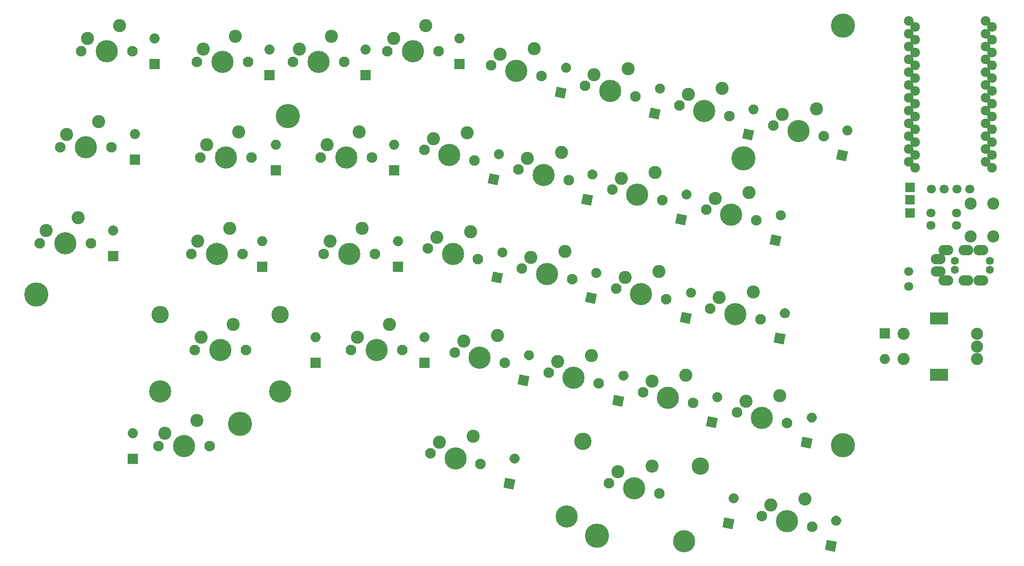
<source format=gbs>
G04 #@! TF.GenerationSoftware,KiCad,Pcbnew,(5.1.6)-1*
G04 #@! TF.CreationDate,2020-07-24T14:43:52-07:00*
G04 #@! TF.ProjectId,Alipt-Keyboard-Left,416c6970-742d-44b6-9579-626f6172642d,rev?*
G04 #@! TF.SameCoordinates,Original*
G04 #@! TF.FileFunction,Soldermask,Bot*
G04 #@! TF.FilePolarity,Negative*
%FSLAX46Y46*%
G04 Gerber Fmt 4.6, Leading zero omitted, Abs format (unit mm)*
G04 Created by KiCad (PCBNEW (5.1.6)-1) date 2020-07-24 14:43:52*
%MOMM*%
%LPD*%
G01*
G04 APERTURE LIST*
%ADD10C,4.800000*%
%ADD11C,2.600000*%
%ADD12C,4.400000*%
%ADD13C,2.100000*%
%ADD14C,1.924000*%
%ADD15O,2.000000X2.000000*%
%ADD16R,2.000000X2.000000*%
%ADD17C,0.100000*%
%ADD18R,1.924000X1.924000*%
%ADD19O,2.900000X2.100000*%
%ADD20C,1.600000*%
%ADD21C,1.797000*%
%ADD22C,3.450000*%
%ADD23C,2.400000*%
%ADD24R,3.600000X2.400000*%
G04 APERTURE END LIST*
D10*
X151638000Y-150368000D03*
X40513004Y-102489003D03*
D11*
X192849500Y-143065500D03*
X186110167Y-144229756D03*
D12*
X189308814Y-147506394D03*
D13*
X184339824Y-146450203D03*
X194277804Y-148562586D03*
D10*
X200406000Y-49149006D03*
X180721000Y-75501500D03*
X90360504Y-67119500D03*
X80835496Y-128142993D03*
X200405991Y-132397505D03*
D14*
X228682684Y-48285500D03*
X228682684Y-50825500D03*
X228682684Y-53365500D03*
X228682684Y-55905500D03*
X228682684Y-58445500D03*
X228682684Y-60985500D03*
X228682684Y-63525500D03*
X228682684Y-66065500D03*
X228682684Y-68605500D03*
X228682684Y-71145500D03*
X228682684Y-73685500D03*
X228682684Y-76225500D03*
X213442684Y-76225500D03*
X213442684Y-73685500D03*
X213442684Y-71145500D03*
X213442684Y-68605500D03*
X213442684Y-66065500D03*
X213442684Y-63525500D03*
X213442684Y-60985500D03*
X213442684Y-58445500D03*
X213442684Y-55905500D03*
X213442684Y-53365500D03*
X213442684Y-50825500D03*
X213442684Y-48285500D03*
X229981499Y-59641245D03*
X229981499Y-64721245D03*
X214741499Y-49481245D03*
X229981499Y-52021245D03*
X229981499Y-74881245D03*
X214741499Y-77421245D03*
X229981499Y-67261245D03*
X229981499Y-69801245D03*
X214741499Y-67261245D03*
X214741499Y-72341245D03*
X214741499Y-59641245D03*
X214741499Y-57101245D03*
X214741499Y-52021245D03*
X214741499Y-62181245D03*
X229981499Y-77421245D03*
X214741499Y-69801245D03*
X229981499Y-49481245D03*
X229981499Y-54561245D03*
X214741499Y-74881245D03*
X229981499Y-57101245D03*
X229981499Y-62181245D03*
X214741499Y-64721245D03*
X229981499Y-72341245D03*
X214741499Y-54561245D03*
D15*
X208724500Y-115316000D03*
D16*
X208724500Y-110236000D03*
G36*
G01*
X198851327Y-148373411D02*
X198851327Y-148373411D01*
G75*
G02*
X198081091Y-147187351I207912J978148D01*
G01*
X198081091Y-147187351D01*
G75*
G02*
X199267151Y-146417115I978148J-207912D01*
G01*
X199267151Y-146417115D01*
G75*
G02*
X200037387Y-147603175I-207912J-978148D01*
G01*
X200037387Y-147603175D01*
G75*
G02*
X198851327Y-148373411I-978148J207912D01*
G01*
G37*
D17*
G36*
X198773284Y-153550312D02*
G01*
X196816989Y-153134489D01*
X197232812Y-151178194D01*
X199189107Y-151594017D01*
X198773284Y-153550312D01*
G37*
G36*
G01*
X178531327Y-143928411D02*
X178531327Y-143928411D01*
G75*
G02*
X177761091Y-142742351I207912J978148D01*
G01*
X177761091Y-142742351D01*
G75*
G02*
X178947151Y-141972115I978148J-207912D01*
G01*
X178947151Y-141972115D01*
G75*
G02*
X179717387Y-143158175I-207912J-978148D01*
G01*
X179717387Y-143158175D01*
G75*
G02*
X178531327Y-143928411I-978148J207912D01*
G01*
G37*
G36*
X178453284Y-149105312D02*
G01*
X176496989Y-148689489D01*
X176912812Y-146733194D01*
X178869107Y-147149017D01*
X178453284Y-149105312D01*
G37*
G36*
G01*
X135097327Y-136054411D02*
X135097327Y-136054411D01*
G75*
G02*
X134327091Y-134868351I207912J978148D01*
G01*
X134327091Y-134868351D01*
G75*
G02*
X135513151Y-134098115I978148J-207912D01*
G01*
X135513151Y-134098115D01*
G75*
G02*
X136283387Y-135284175I-207912J-978148D01*
G01*
X136283387Y-135284175D01*
G75*
G02*
X135097327Y-136054411I-978148J207912D01*
G01*
G37*
G36*
X135019284Y-141231312D02*
G01*
X133062989Y-140815489D01*
X133478812Y-138859194D01*
X135435107Y-139275017D01*
X135019284Y-141231312D01*
G37*
D15*
X59626500Y-130048000D03*
D16*
X59626500Y-135128000D03*
G36*
G01*
X194025327Y-127926411D02*
X194025327Y-127926411D01*
G75*
G02*
X193255091Y-126740351I207912J978148D01*
G01*
X193255091Y-126740351D01*
G75*
G02*
X194441151Y-125970115I978148J-207912D01*
G01*
X194441151Y-125970115D01*
G75*
G02*
X195211387Y-127156175I-207912J-978148D01*
G01*
X195211387Y-127156175D01*
G75*
G02*
X194025327Y-127926411I-978148J207912D01*
G01*
G37*
D17*
G36*
X193947284Y-133103312D02*
G01*
X191990989Y-132687489D01*
X192406812Y-130731194D01*
X194363107Y-131147017D01*
X193947284Y-133103312D01*
G37*
G36*
G01*
X175292827Y-123862411D02*
X175292827Y-123862411D01*
G75*
G02*
X174522591Y-122676351I207912J978148D01*
G01*
X174522591Y-122676351D01*
G75*
G02*
X175708651Y-121906115I978148J-207912D01*
G01*
X175708651Y-121906115D01*
G75*
G02*
X176478887Y-123092175I-207912J-978148D01*
G01*
X176478887Y-123092175D01*
G75*
G02*
X175292827Y-123862411I-978148J207912D01*
G01*
G37*
G36*
X175214784Y-129039312D02*
G01*
X173258489Y-128623489D01*
X173674312Y-126667194D01*
X175630607Y-127083017D01*
X175214784Y-129039312D01*
G37*
G36*
G01*
X156687327Y-119607911D02*
X156687327Y-119607911D01*
G75*
G02*
X155917091Y-118421851I207912J978148D01*
G01*
X155917091Y-118421851D01*
G75*
G02*
X157103151Y-117651615I978148J-207912D01*
G01*
X157103151Y-117651615D01*
G75*
G02*
X157873387Y-118837675I-207912J-978148D01*
G01*
X157873387Y-118837675D01*
G75*
G02*
X156687327Y-119607911I-978148J207912D01*
G01*
G37*
G36*
X156609284Y-124784812D02*
G01*
X154652989Y-124368989D01*
X155068812Y-122412694D01*
X157025107Y-122828517D01*
X156609284Y-124784812D01*
G37*
G36*
G01*
X137954827Y-115543911D02*
X137954827Y-115543911D01*
G75*
G02*
X137184591Y-114357851I207912J978148D01*
G01*
X137184591Y-114357851D01*
G75*
G02*
X138370651Y-113587615I978148J-207912D01*
G01*
X138370651Y-113587615D01*
G75*
G02*
X139140887Y-114773675I-207912J-978148D01*
G01*
X139140887Y-114773675D01*
G75*
G02*
X137954827Y-115543911I-978148J207912D01*
G01*
G37*
G36*
X137876784Y-120720812D02*
G01*
X135920489Y-120304989D01*
X136336312Y-118348694D01*
X138292607Y-118764517D01*
X137876784Y-120720812D01*
G37*
D15*
X117475000Y-110998000D03*
D16*
X117475000Y-116078000D03*
D15*
X95885000Y-110998000D03*
D16*
X95885000Y-116078000D03*
D15*
X55689500Y-89852500D03*
D16*
X55689500Y-94932500D03*
G36*
G01*
X188691327Y-107225411D02*
X188691327Y-107225411D01*
G75*
G02*
X187921091Y-106039351I207912J978148D01*
G01*
X187921091Y-106039351D01*
G75*
G02*
X189107151Y-105269115I978148J-207912D01*
G01*
X189107151Y-105269115D01*
G75*
G02*
X189877387Y-106455175I-207912J-978148D01*
G01*
X189877387Y-106455175D01*
G75*
G02*
X188691327Y-107225411I-978148J207912D01*
G01*
G37*
D17*
G36*
X188613284Y-112402312D02*
G01*
X186656989Y-111986489D01*
X187072812Y-110030194D01*
X189029107Y-110446017D01*
X188613284Y-112402312D01*
G37*
G36*
G01*
X170085827Y-103161411D02*
X170085827Y-103161411D01*
G75*
G02*
X169315591Y-101975351I207912J978148D01*
G01*
X169315591Y-101975351D01*
G75*
G02*
X170501651Y-101205115I978148J-207912D01*
G01*
X170501651Y-101205115D01*
G75*
G02*
X171271887Y-102391175I-207912J-978148D01*
G01*
X171271887Y-102391175D01*
G75*
G02*
X170085827Y-103161411I-978148J207912D01*
G01*
G37*
G36*
X170007784Y-108338312D02*
G01*
X168051489Y-107922489D01*
X168467312Y-105966194D01*
X170423607Y-106382017D01*
X170007784Y-108338312D01*
G37*
G36*
G01*
X151289827Y-99224411D02*
X151289827Y-99224411D01*
G75*
G02*
X150519591Y-98038351I207912J978148D01*
G01*
X150519591Y-98038351D01*
G75*
G02*
X151705651Y-97268115I978148J-207912D01*
G01*
X151705651Y-97268115D01*
G75*
G02*
X152475887Y-98454175I-207912J-978148D01*
G01*
X152475887Y-98454175D01*
G75*
G02*
X151289827Y-99224411I-978148J207912D01*
G01*
G37*
G36*
X151211784Y-104401312D02*
G01*
X149255489Y-103985489D01*
X149671312Y-102029194D01*
X151627607Y-102445017D01*
X151211784Y-104401312D01*
G37*
G36*
G01*
X132684327Y-95160411D02*
X132684327Y-95160411D01*
G75*
G02*
X131914091Y-93974351I207912J978148D01*
G01*
X131914091Y-93974351D01*
G75*
G02*
X133100151Y-93204115I978148J-207912D01*
G01*
X133100151Y-93204115D01*
G75*
G02*
X133870387Y-94390175I-207912J-978148D01*
G01*
X133870387Y-94390175D01*
G75*
G02*
X132684327Y-95160411I-978148J207912D01*
G01*
G37*
G36*
X132606284Y-100337312D02*
G01*
X130649989Y-99921489D01*
X131065812Y-97965194D01*
X133022107Y-98381017D01*
X132606284Y-100337312D01*
G37*
D15*
X112204500Y-91948000D03*
D16*
X112204500Y-97028000D03*
D15*
X85280500Y-91948000D03*
D16*
X85280500Y-97028000D03*
D15*
X60007500Y-70675500D03*
D16*
X60007500Y-75755500D03*
G36*
G01*
X187865827Y-87794411D02*
X187865827Y-87794411D01*
G75*
G02*
X187095591Y-86608351I207912J978148D01*
G01*
X187095591Y-86608351D01*
G75*
G02*
X188281651Y-85838115I978148J-207912D01*
G01*
X188281651Y-85838115D01*
G75*
G02*
X189051887Y-87024175I-207912J-978148D01*
G01*
X189051887Y-87024175D01*
G75*
G02*
X187865827Y-87794411I-978148J207912D01*
G01*
G37*
D17*
G36*
X187787784Y-92971312D02*
G01*
X185831489Y-92555489D01*
X186247312Y-90599194D01*
X188203607Y-91015017D01*
X187787784Y-92971312D01*
G37*
G36*
G01*
X169196827Y-83666911D02*
X169196827Y-83666911D01*
G75*
G02*
X168426591Y-82480851I207912J978148D01*
G01*
X168426591Y-82480851D01*
G75*
G02*
X169612651Y-81710615I978148J-207912D01*
G01*
X169612651Y-81710615D01*
G75*
G02*
X170382887Y-82896675I-207912J-978148D01*
G01*
X170382887Y-82896675D01*
G75*
G02*
X169196827Y-83666911I-978148J207912D01*
G01*
G37*
G36*
X169118784Y-88843812D02*
G01*
X167162489Y-88427989D01*
X167578312Y-86471694D01*
X169534607Y-86887517D01*
X169118784Y-88843812D01*
G37*
G36*
G01*
X150517779Y-79702158D02*
X150517779Y-79702158D01*
G75*
G02*
X149747543Y-78516098I207912J978148D01*
G01*
X149747543Y-78516098D01*
G75*
G02*
X150933603Y-77745862I978148J-207912D01*
G01*
X150933603Y-77745862D01*
G75*
G02*
X151703839Y-78931922I-207912J-978148D01*
G01*
X151703839Y-78931922D01*
G75*
G02*
X150517779Y-79702158I-978148J207912D01*
G01*
G37*
G36*
X150439736Y-84879059D02*
G01*
X148483441Y-84463236D01*
X148899264Y-82506941D01*
X150855559Y-82922764D01*
X150439736Y-84879059D01*
G37*
G36*
G01*
X131985827Y-75665911D02*
X131985827Y-75665911D01*
G75*
G02*
X131215591Y-74479851I207912J978148D01*
G01*
X131215591Y-74479851D01*
G75*
G02*
X132401651Y-73709615I978148J-207912D01*
G01*
X132401651Y-73709615D01*
G75*
G02*
X133171887Y-74895675I-207912J-978148D01*
G01*
X133171887Y-74895675D01*
G75*
G02*
X131985827Y-75665911I-978148J207912D01*
G01*
G37*
G36*
X131907784Y-80842812D02*
G01*
X129951489Y-80426989D01*
X130367312Y-78470694D01*
X132323607Y-78886517D01*
X131907784Y-80842812D01*
G37*
D16*
X111442500Y-77914500D03*
D15*
X111442500Y-72834500D03*
X88011000Y-72834500D03*
D16*
X88011000Y-77914500D03*
D15*
X63944500Y-51689000D03*
D16*
X63944500Y-56769000D03*
G36*
G01*
X201073827Y-70966911D02*
X201073827Y-70966911D01*
G75*
G02*
X200303591Y-69780851I207912J978148D01*
G01*
X200303591Y-69780851D01*
G75*
G02*
X201489651Y-69010615I978148J-207912D01*
G01*
X201489651Y-69010615D01*
G75*
G02*
X202259887Y-70196675I-207912J-978148D01*
G01*
X202259887Y-70196675D01*
G75*
G02*
X201073827Y-70966911I-978148J207912D01*
G01*
G37*
D17*
G36*
X200995784Y-76143812D02*
G01*
X199039489Y-75727989D01*
X199455312Y-73771694D01*
X201411607Y-74187517D01*
X200995784Y-76143812D01*
G37*
G36*
G01*
X182468327Y-66775911D02*
X182468327Y-66775911D01*
G75*
G02*
X181698091Y-65589851I207912J978148D01*
G01*
X181698091Y-65589851D01*
G75*
G02*
X182884151Y-64819615I978148J-207912D01*
G01*
X182884151Y-64819615D01*
G75*
G02*
X183654387Y-66005675I-207912J-978148D01*
G01*
X183654387Y-66005675D01*
G75*
G02*
X182468327Y-66775911I-978148J207912D01*
G01*
G37*
G36*
X182390284Y-71952812D02*
G01*
X180433989Y-71536989D01*
X180849812Y-69580694D01*
X182806107Y-69996517D01*
X182390284Y-71952812D01*
G37*
G36*
G01*
X163926327Y-62648411D02*
X163926327Y-62648411D01*
G75*
G02*
X163156091Y-61462351I207912J978148D01*
G01*
X163156091Y-61462351D01*
G75*
G02*
X164342151Y-60692115I978148J-207912D01*
G01*
X164342151Y-60692115D01*
G75*
G02*
X165112387Y-61878175I-207912J-978148D01*
G01*
X165112387Y-61878175D01*
G75*
G02*
X163926327Y-62648411I-978148J207912D01*
G01*
G37*
G36*
X163848284Y-67825312D02*
G01*
X161891989Y-67409489D01*
X162307812Y-65453194D01*
X164264107Y-65869017D01*
X163848284Y-67825312D01*
G37*
G36*
G01*
X145320827Y-58520911D02*
X145320827Y-58520911D01*
G75*
G02*
X144550591Y-57334851I207912J978148D01*
G01*
X144550591Y-57334851D01*
G75*
G02*
X145736651Y-56564615I978148J-207912D01*
G01*
X145736651Y-56564615D01*
G75*
G02*
X146506887Y-57750675I-207912J-978148D01*
G01*
X146506887Y-57750675D01*
G75*
G02*
X145320827Y-58520911I-978148J207912D01*
G01*
G37*
G36*
X145242784Y-63697812D02*
G01*
X143286489Y-63281989D01*
X143702312Y-61325694D01*
X145658607Y-61741517D01*
X145242784Y-63697812D01*
G37*
D15*
X124396500Y-51689000D03*
D16*
X124396500Y-56769000D03*
D15*
X105727500Y-53911500D03*
D16*
X105727500Y-58991500D03*
D15*
X86741000Y-53911500D03*
D16*
X86741000Y-58991500D03*
D11*
X78867000Y-89408000D03*
X72517000Y-91948000D03*
D12*
X76327000Y-94488000D03*
D13*
X71247000Y-94488000D03*
X81407000Y-94488000D03*
D18*
X213677501Y-86356501D03*
X213677501Y-83756501D03*
X213677501Y-81256501D03*
D19*
X219276500Y-95499500D03*
X220776500Y-99699500D03*
X224776500Y-99699500D03*
X227776500Y-99699500D03*
D20*
X222576500Y-97599500D03*
X229576500Y-97599500D03*
D19*
X224776500Y-93749500D03*
X227776500Y-93749500D03*
X219276500Y-97949500D03*
X220776500Y-93749500D03*
D20*
X229576500Y-95849500D03*
X222576500Y-95849500D03*
D21*
X217902091Y-81597500D03*
X220442091Y-81597500D03*
X222982091Y-81597500D03*
X225522091Y-81597500D03*
X213487000Y-97980500D03*
X213487000Y-100901500D03*
X222948500Y-86337761D03*
X217868500Y-86337761D03*
X217868500Y-88836500D03*
X222948500Y-88836500D03*
D13*
X82486500Y-56388000D03*
X72326500Y-56388000D03*
D12*
X77406500Y-56388000D03*
D11*
X73596500Y-53848000D03*
X79946500Y-51308000D03*
D13*
X101536500Y-56388000D03*
X91376500Y-56388000D03*
D12*
X96456500Y-56388000D03*
D11*
X92646500Y-53848000D03*
X98996500Y-51308000D03*
X117665500Y-49149000D03*
X111315500Y-51689000D03*
D12*
X115125500Y-54229000D03*
D13*
X110045500Y-54229000D03*
X120205500Y-54229000D03*
X140620304Y-59218086D03*
X130682324Y-57105703D03*
D12*
X135651314Y-58161894D03*
D11*
X132452667Y-54885256D03*
X139192000Y-53721000D03*
D13*
X159225804Y-63218586D03*
X149287824Y-61106203D03*
D12*
X154256814Y-62162394D03*
D11*
X151058167Y-58885756D03*
X157797500Y-57721500D03*
X176466500Y-61658500D03*
X169727167Y-62822756D03*
D12*
X172925814Y-66099394D03*
D13*
X167956824Y-65043203D03*
X177894804Y-67155586D03*
D11*
X195135500Y-65659000D03*
X188396167Y-66823256D03*
D12*
X191594814Y-70099894D03*
D13*
X186625824Y-69043703D03*
X196563804Y-71156086D03*
D11*
X56959500Y-49149000D03*
X50609500Y-51689000D03*
D12*
X54419500Y-54229000D03*
D13*
X49339500Y-54229000D03*
X59499500Y-54229000D03*
X83185000Y-75374500D03*
X73025000Y-75374500D03*
D12*
X78105000Y-75374500D03*
D11*
X74295000Y-72834500D03*
X80645000Y-70294500D03*
D13*
X106997500Y-75374500D03*
X96837500Y-75374500D03*
D12*
X101917500Y-75374500D03*
D11*
X98107500Y-72834500D03*
X104457500Y-70294500D03*
X125920500Y-70421500D03*
X119181167Y-71585756D03*
D12*
X122379814Y-74862394D03*
D13*
X117410824Y-73806203D03*
X127348804Y-75918586D03*
D11*
X144589500Y-74358500D03*
X137850167Y-75522756D03*
D12*
X141048814Y-78799394D03*
D13*
X136079824Y-77743203D03*
X146017804Y-79855586D03*
D11*
X163179686Y-78299606D03*
X156440353Y-79463862D03*
D12*
X159639000Y-82740500D03*
D13*
X154670010Y-81684309D03*
X164607990Y-83796692D03*
X183228804Y-87793086D03*
X173290824Y-85680703D03*
D12*
X178259814Y-86736894D03*
D11*
X175061167Y-83460256D03*
X181800500Y-82296000D03*
D13*
X55372000Y-73342500D03*
X45212000Y-73342500D03*
D12*
X50292000Y-73342500D03*
D11*
X46482000Y-70802500D03*
X52832000Y-68262500D03*
D13*
X107632500Y-94488000D03*
X97472500Y-94488000D03*
D12*
X102552500Y-94488000D03*
D11*
X98742500Y-91948000D03*
X105092500Y-89408000D03*
X126619000Y-90043000D03*
X119879667Y-91207256D03*
D12*
X123078314Y-94483894D03*
D13*
X118109324Y-93427703D03*
X128047304Y-95540086D03*
X146700990Y-99481192D03*
X136763010Y-97368809D03*
D12*
X141732000Y-98425000D03*
D11*
X138533353Y-95148362D03*
X145272686Y-93984106D03*
D13*
X165369990Y-103481692D03*
X155432010Y-101369309D03*
D12*
X160401000Y-102425500D03*
D11*
X157202353Y-99148862D03*
X163941686Y-97984606D03*
X182626000Y-101981000D03*
X175886667Y-103145256D03*
D12*
X179085314Y-106421894D03*
D13*
X174116324Y-105365703D03*
X184054304Y-107478086D03*
D11*
X48768000Y-87312500D03*
X42418000Y-89852500D03*
D12*
X46228000Y-92392500D03*
D13*
X41148000Y-92392500D03*
X51308000Y-92392500D03*
D22*
X88862000Y-106538000D03*
X65062000Y-106538000D03*
D12*
X65062000Y-121778000D03*
X88862000Y-121778000D03*
D13*
X82042000Y-113538000D03*
X71882000Y-113538000D03*
D12*
X76962000Y-113538000D03*
D11*
X73152000Y-110998000D03*
X79502000Y-108458000D03*
D13*
X113030000Y-113538000D03*
X102870000Y-113538000D03*
D12*
X107950000Y-113538000D03*
D11*
X104140000Y-110998000D03*
X110490000Y-108458000D03*
D13*
X133365990Y-116118192D03*
X123428010Y-114005809D03*
D12*
X128397000Y-115062000D03*
D11*
X125198353Y-111785362D03*
X131937686Y-110621106D03*
X150558500Y-114617500D03*
X143819167Y-115781756D03*
D12*
X147017814Y-119058394D03*
D13*
X142048824Y-118002203D03*
X151986804Y-120114586D03*
X170703990Y-124051586D03*
X160766010Y-121939203D03*
D12*
X165735000Y-122995394D03*
D11*
X162536353Y-119718756D03*
X169275686Y-118554500D03*
X187896500Y-122555000D03*
X181157167Y-123719256D03*
D12*
X184355814Y-126995894D03*
D13*
X179386824Y-125939703D03*
X189324804Y-128052086D03*
D11*
X72326500Y-127508000D03*
X65976500Y-130048000D03*
D12*
X69786500Y-132588000D03*
D13*
X64706500Y-132588000D03*
X74866500Y-132588000D03*
D11*
X127127000Y-130619500D03*
X120387667Y-131783756D03*
D12*
X123586314Y-135060394D03*
D13*
X118617324Y-134004203D03*
X128555304Y-136116586D03*
D11*
X162544686Y-136529106D03*
X155805353Y-137693362D03*
D12*
X159004000Y-140970000D03*
D13*
X154035010Y-139913809D03*
X163972990Y-142026192D03*
D12*
X168930764Y-151504085D03*
X145650851Y-146555787D03*
D22*
X148819425Y-131648818D03*
X172099338Y-136597116D03*
D23*
X226956000Y-115339500D03*
X226956000Y-112839500D03*
X226956000Y-110339500D03*
D24*
X219456000Y-118439500D03*
X219456000Y-107239500D03*
D23*
X212456000Y-115339500D03*
X212456000Y-110339500D03*
X225751000Y-84518500D03*
X230251000Y-84518500D03*
X225751000Y-91018500D03*
X230251000Y-91018500D03*
M02*

</source>
